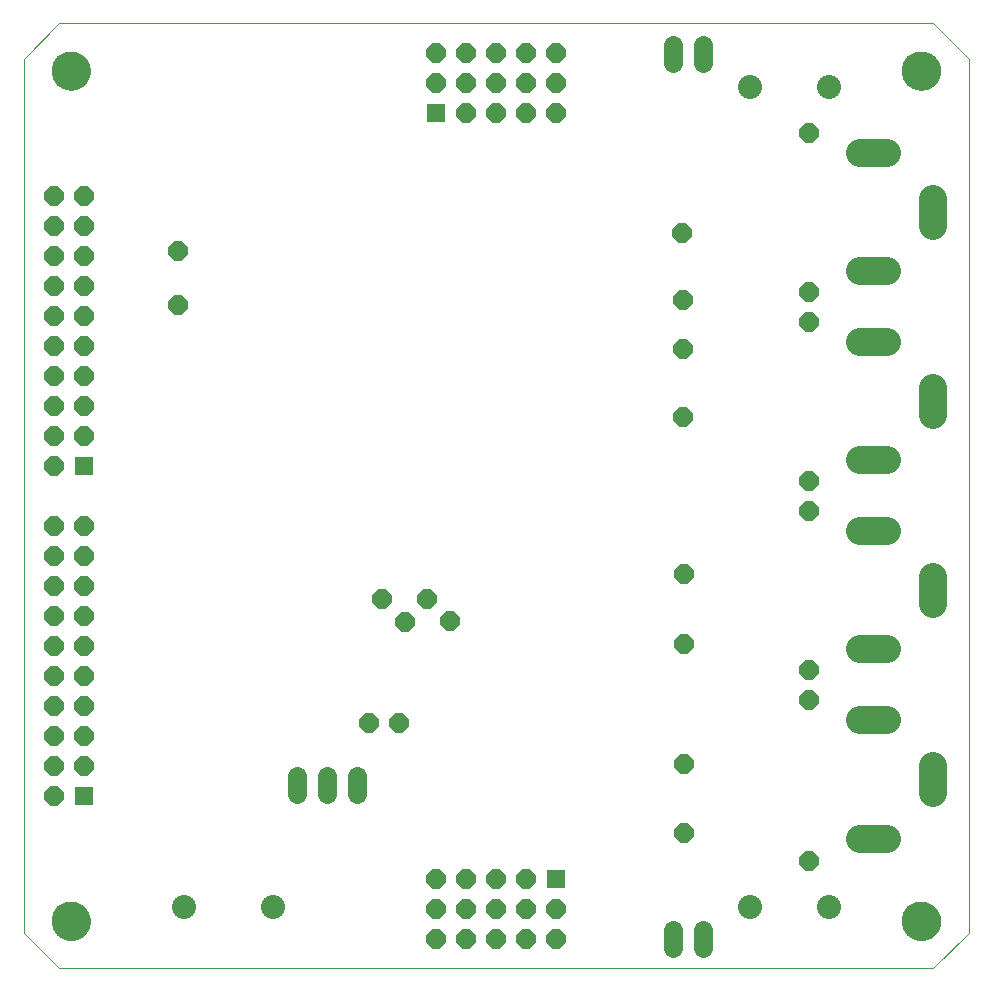
<source format=gbs>
G75*
%MOIN*%
%OFA0B0*%
%FSLAX25Y25*%
%IPPOS*%
%LPD*%
%AMOC8*
5,1,8,0,0,1.08239X$1,22.5*
%
%ADD10C,0.00000*%
%ADD11C,0.12998*%
%ADD12OC8,0.06400*%
%ADD13R,0.06400X0.06400*%
%ADD14C,0.09258*%
%ADD15C,0.06400*%
%ADD16C,0.08000*%
D10*
X0021111Y0035200D02*
X0009300Y0047011D01*
X0009300Y0338350D01*
X0021111Y0350161D01*
X0312450Y0350161D01*
X0324261Y0338350D01*
X0324261Y0047011D01*
X0312450Y0035200D01*
X0021111Y0035200D01*
X0018749Y0050948D02*
X0018751Y0051106D01*
X0018757Y0051264D01*
X0018767Y0051422D01*
X0018781Y0051580D01*
X0018799Y0051737D01*
X0018820Y0051894D01*
X0018846Y0052050D01*
X0018876Y0052206D01*
X0018909Y0052361D01*
X0018947Y0052514D01*
X0018988Y0052667D01*
X0019033Y0052819D01*
X0019082Y0052970D01*
X0019135Y0053119D01*
X0019191Y0053267D01*
X0019251Y0053413D01*
X0019315Y0053558D01*
X0019383Y0053701D01*
X0019454Y0053843D01*
X0019528Y0053983D01*
X0019606Y0054120D01*
X0019688Y0054256D01*
X0019772Y0054390D01*
X0019861Y0054521D01*
X0019952Y0054650D01*
X0020047Y0054777D01*
X0020144Y0054902D01*
X0020245Y0055024D01*
X0020349Y0055143D01*
X0020456Y0055260D01*
X0020566Y0055374D01*
X0020679Y0055485D01*
X0020794Y0055594D01*
X0020912Y0055699D01*
X0021033Y0055801D01*
X0021156Y0055901D01*
X0021282Y0055997D01*
X0021410Y0056090D01*
X0021540Y0056180D01*
X0021673Y0056266D01*
X0021808Y0056350D01*
X0021944Y0056429D01*
X0022083Y0056506D01*
X0022224Y0056578D01*
X0022366Y0056648D01*
X0022510Y0056713D01*
X0022656Y0056775D01*
X0022803Y0056833D01*
X0022952Y0056888D01*
X0023102Y0056939D01*
X0023253Y0056986D01*
X0023405Y0057029D01*
X0023558Y0057068D01*
X0023713Y0057104D01*
X0023868Y0057135D01*
X0024024Y0057163D01*
X0024180Y0057187D01*
X0024337Y0057207D01*
X0024495Y0057223D01*
X0024652Y0057235D01*
X0024811Y0057243D01*
X0024969Y0057247D01*
X0025127Y0057247D01*
X0025285Y0057243D01*
X0025444Y0057235D01*
X0025601Y0057223D01*
X0025759Y0057207D01*
X0025916Y0057187D01*
X0026072Y0057163D01*
X0026228Y0057135D01*
X0026383Y0057104D01*
X0026538Y0057068D01*
X0026691Y0057029D01*
X0026843Y0056986D01*
X0026994Y0056939D01*
X0027144Y0056888D01*
X0027293Y0056833D01*
X0027440Y0056775D01*
X0027586Y0056713D01*
X0027730Y0056648D01*
X0027872Y0056578D01*
X0028013Y0056506D01*
X0028152Y0056429D01*
X0028288Y0056350D01*
X0028423Y0056266D01*
X0028556Y0056180D01*
X0028686Y0056090D01*
X0028814Y0055997D01*
X0028940Y0055901D01*
X0029063Y0055801D01*
X0029184Y0055699D01*
X0029302Y0055594D01*
X0029417Y0055485D01*
X0029530Y0055374D01*
X0029640Y0055260D01*
X0029747Y0055143D01*
X0029851Y0055024D01*
X0029952Y0054902D01*
X0030049Y0054777D01*
X0030144Y0054650D01*
X0030235Y0054521D01*
X0030324Y0054390D01*
X0030408Y0054256D01*
X0030490Y0054120D01*
X0030568Y0053983D01*
X0030642Y0053843D01*
X0030713Y0053701D01*
X0030781Y0053558D01*
X0030845Y0053413D01*
X0030905Y0053267D01*
X0030961Y0053119D01*
X0031014Y0052970D01*
X0031063Y0052819D01*
X0031108Y0052667D01*
X0031149Y0052514D01*
X0031187Y0052361D01*
X0031220Y0052206D01*
X0031250Y0052050D01*
X0031276Y0051894D01*
X0031297Y0051737D01*
X0031315Y0051580D01*
X0031329Y0051422D01*
X0031339Y0051264D01*
X0031345Y0051106D01*
X0031347Y0050948D01*
X0031345Y0050790D01*
X0031339Y0050632D01*
X0031329Y0050474D01*
X0031315Y0050316D01*
X0031297Y0050159D01*
X0031276Y0050002D01*
X0031250Y0049846D01*
X0031220Y0049690D01*
X0031187Y0049535D01*
X0031149Y0049382D01*
X0031108Y0049229D01*
X0031063Y0049077D01*
X0031014Y0048926D01*
X0030961Y0048777D01*
X0030905Y0048629D01*
X0030845Y0048483D01*
X0030781Y0048338D01*
X0030713Y0048195D01*
X0030642Y0048053D01*
X0030568Y0047913D01*
X0030490Y0047776D01*
X0030408Y0047640D01*
X0030324Y0047506D01*
X0030235Y0047375D01*
X0030144Y0047246D01*
X0030049Y0047119D01*
X0029952Y0046994D01*
X0029851Y0046872D01*
X0029747Y0046753D01*
X0029640Y0046636D01*
X0029530Y0046522D01*
X0029417Y0046411D01*
X0029302Y0046302D01*
X0029184Y0046197D01*
X0029063Y0046095D01*
X0028940Y0045995D01*
X0028814Y0045899D01*
X0028686Y0045806D01*
X0028556Y0045716D01*
X0028423Y0045630D01*
X0028288Y0045546D01*
X0028152Y0045467D01*
X0028013Y0045390D01*
X0027872Y0045318D01*
X0027730Y0045248D01*
X0027586Y0045183D01*
X0027440Y0045121D01*
X0027293Y0045063D01*
X0027144Y0045008D01*
X0026994Y0044957D01*
X0026843Y0044910D01*
X0026691Y0044867D01*
X0026538Y0044828D01*
X0026383Y0044792D01*
X0026228Y0044761D01*
X0026072Y0044733D01*
X0025916Y0044709D01*
X0025759Y0044689D01*
X0025601Y0044673D01*
X0025444Y0044661D01*
X0025285Y0044653D01*
X0025127Y0044649D01*
X0024969Y0044649D01*
X0024811Y0044653D01*
X0024652Y0044661D01*
X0024495Y0044673D01*
X0024337Y0044689D01*
X0024180Y0044709D01*
X0024024Y0044733D01*
X0023868Y0044761D01*
X0023713Y0044792D01*
X0023558Y0044828D01*
X0023405Y0044867D01*
X0023253Y0044910D01*
X0023102Y0044957D01*
X0022952Y0045008D01*
X0022803Y0045063D01*
X0022656Y0045121D01*
X0022510Y0045183D01*
X0022366Y0045248D01*
X0022224Y0045318D01*
X0022083Y0045390D01*
X0021944Y0045467D01*
X0021808Y0045546D01*
X0021673Y0045630D01*
X0021540Y0045716D01*
X0021410Y0045806D01*
X0021282Y0045899D01*
X0021156Y0045995D01*
X0021033Y0046095D01*
X0020912Y0046197D01*
X0020794Y0046302D01*
X0020679Y0046411D01*
X0020566Y0046522D01*
X0020456Y0046636D01*
X0020349Y0046753D01*
X0020245Y0046872D01*
X0020144Y0046994D01*
X0020047Y0047119D01*
X0019952Y0047246D01*
X0019861Y0047375D01*
X0019772Y0047506D01*
X0019688Y0047640D01*
X0019606Y0047776D01*
X0019528Y0047913D01*
X0019454Y0048053D01*
X0019383Y0048195D01*
X0019315Y0048338D01*
X0019251Y0048483D01*
X0019191Y0048629D01*
X0019135Y0048777D01*
X0019082Y0048926D01*
X0019033Y0049077D01*
X0018988Y0049229D01*
X0018947Y0049382D01*
X0018909Y0049535D01*
X0018876Y0049690D01*
X0018846Y0049846D01*
X0018820Y0050002D01*
X0018799Y0050159D01*
X0018781Y0050316D01*
X0018767Y0050474D01*
X0018757Y0050632D01*
X0018751Y0050790D01*
X0018749Y0050948D01*
X0018749Y0334413D02*
X0018751Y0334571D01*
X0018757Y0334729D01*
X0018767Y0334887D01*
X0018781Y0335045D01*
X0018799Y0335202D01*
X0018820Y0335359D01*
X0018846Y0335515D01*
X0018876Y0335671D01*
X0018909Y0335826D01*
X0018947Y0335979D01*
X0018988Y0336132D01*
X0019033Y0336284D01*
X0019082Y0336435D01*
X0019135Y0336584D01*
X0019191Y0336732D01*
X0019251Y0336878D01*
X0019315Y0337023D01*
X0019383Y0337166D01*
X0019454Y0337308D01*
X0019528Y0337448D01*
X0019606Y0337585D01*
X0019688Y0337721D01*
X0019772Y0337855D01*
X0019861Y0337986D01*
X0019952Y0338115D01*
X0020047Y0338242D01*
X0020144Y0338367D01*
X0020245Y0338489D01*
X0020349Y0338608D01*
X0020456Y0338725D01*
X0020566Y0338839D01*
X0020679Y0338950D01*
X0020794Y0339059D01*
X0020912Y0339164D01*
X0021033Y0339266D01*
X0021156Y0339366D01*
X0021282Y0339462D01*
X0021410Y0339555D01*
X0021540Y0339645D01*
X0021673Y0339731D01*
X0021808Y0339815D01*
X0021944Y0339894D01*
X0022083Y0339971D01*
X0022224Y0340043D01*
X0022366Y0340113D01*
X0022510Y0340178D01*
X0022656Y0340240D01*
X0022803Y0340298D01*
X0022952Y0340353D01*
X0023102Y0340404D01*
X0023253Y0340451D01*
X0023405Y0340494D01*
X0023558Y0340533D01*
X0023713Y0340569D01*
X0023868Y0340600D01*
X0024024Y0340628D01*
X0024180Y0340652D01*
X0024337Y0340672D01*
X0024495Y0340688D01*
X0024652Y0340700D01*
X0024811Y0340708D01*
X0024969Y0340712D01*
X0025127Y0340712D01*
X0025285Y0340708D01*
X0025444Y0340700D01*
X0025601Y0340688D01*
X0025759Y0340672D01*
X0025916Y0340652D01*
X0026072Y0340628D01*
X0026228Y0340600D01*
X0026383Y0340569D01*
X0026538Y0340533D01*
X0026691Y0340494D01*
X0026843Y0340451D01*
X0026994Y0340404D01*
X0027144Y0340353D01*
X0027293Y0340298D01*
X0027440Y0340240D01*
X0027586Y0340178D01*
X0027730Y0340113D01*
X0027872Y0340043D01*
X0028013Y0339971D01*
X0028152Y0339894D01*
X0028288Y0339815D01*
X0028423Y0339731D01*
X0028556Y0339645D01*
X0028686Y0339555D01*
X0028814Y0339462D01*
X0028940Y0339366D01*
X0029063Y0339266D01*
X0029184Y0339164D01*
X0029302Y0339059D01*
X0029417Y0338950D01*
X0029530Y0338839D01*
X0029640Y0338725D01*
X0029747Y0338608D01*
X0029851Y0338489D01*
X0029952Y0338367D01*
X0030049Y0338242D01*
X0030144Y0338115D01*
X0030235Y0337986D01*
X0030324Y0337855D01*
X0030408Y0337721D01*
X0030490Y0337585D01*
X0030568Y0337448D01*
X0030642Y0337308D01*
X0030713Y0337166D01*
X0030781Y0337023D01*
X0030845Y0336878D01*
X0030905Y0336732D01*
X0030961Y0336584D01*
X0031014Y0336435D01*
X0031063Y0336284D01*
X0031108Y0336132D01*
X0031149Y0335979D01*
X0031187Y0335826D01*
X0031220Y0335671D01*
X0031250Y0335515D01*
X0031276Y0335359D01*
X0031297Y0335202D01*
X0031315Y0335045D01*
X0031329Y0334887D01*
X0031339Y0334729D01*
X0031345Y0334571D01*
X0031347Y0334413D01*
X0031345Y0334255D01*
X0031339Y0334097D01*
X0031329Y0333939D01*
X0031315Y0333781D01*
X0031297Y0333624D01*
X0031276Y0333467D01*
X0031250Y0333311D01*
X0031220Y0333155D01*
X0031187Y0333000D01*
X0031149Y0332847D01*
X0031108Y0332694D01*
X0031063Y0332542D01*
X0031014Y0332391D01*
X0030961Y0332242D01*
X0030905Y0332094D01*
X0030845Y0331948D01*
X0030781Y0331803D01*
X0030713Y0331660D01*
X0030642Y0331518D01*
X0030568Y0331378D01*
X0030490Y0331241D01*
X0030408Y0331105D01*
X0030324Y0330971D01*
X0030235Y0330840D01*
X0030144Y0330711D01*
X0030049Y0330584D01*
X0029952Y0330459D01*
X0029851Y0330337D01*
X0029747Y0330218D01*
X0029640Y0330101D01*
X0029530Y0329987D01*
X0029417Y0329876D01*
X0029302Y0329767D01*
X0029184Y0329662D01*
X0029063Y0329560D01*
X0028940Y0329460D01*
X0028814Y0329364D01*
X0028686Y0329271D01*
X0028556Y0329181D01*
X0028423Y0329095D01*
X0028288Y0329011D01*
X0028152Y0328932D01*
X0028013Y0328855D01*
X0027872Y0328783D01*
X0027730Y0328713D01*
X0027586Y0328648D01*
X0027440Y0328586D01*
X0027293Y0328528D01*
X0027144Y0328473D01*
X0026994Y0328422D01*
X0026843Y0328375D01*
X0026691Y0328332D01*
X0026538Y0328293D01*
X0026383Y0328257D01*
X0026228Y0328226D01*
X0026072Y0328198D01*
X0025916Y0328174D01*
X0025759Y0328154D01*
X0025601Y0328138D01*
X0025444Y0328126D01*
X0025285Y0328118D01*
X0025127Y0328114D01*
X0024969Y0328114D01*
X0024811Y0328118D01*
X0024652Y0328126D01*
X0024495Y0328138D01*
X0024337Y0328154D01*
X0024180Y0328174D01*
X0024024Y0328198D01*
X0023868Y0328226D01*
X0023713Y0328257D01*
X0023558Y0328293D01*
X0023405Y0328332D01*
X0023253Y0328375D01*
X0023102Y0328422D01*
X0022952Y0328473D01*
X0022803Y0328528D01*
X0022656Y0328586D01*
X0022510Y0328648D01*
X0022366Y0328713D01*
X0022224Y0328783D01*
X0022083Y0328855D01*
X0021944Y0328932D01*
X0021808Y0329011D01*
X0021673Y0329095D01*
X0021540Y0329181D01*
X0021410Y0329271D01*
X0021282Y0329364D01*
X0021156Y0329460D01*
X0021033Y0329560D01*
X0020912Y0329662D01*
X0020794Y0329767D01*
X0020679Y0329876D01*
X0020566Y0329987D01*
X0020456Y0330101D01*
X0020349Y0330218D01*
X0020245Y0330337D01*
X0020144Y0330459D01*
X0020047Y0330584D01*
X0019952Y0330711D01*
X0019861Y0330840D01*
X0019772Y0330971D01*
X0019688Y0331105D01*
X0019606Y0331241D01*
X0019528Y0331378D01*
X0019454Y0331518D01*
X0019383Y0331660D01*
X0019315Y0331803D01*
X0019251Y0331948D01*
X0019191Y0332094D01*
X0019135Y0332242D01*
X0019082Y0332391D01*
X0019033Y0332542D01*
X0018988Y0332694D01*
X0018947Y0332847D01*
X0018909Y0333000D01*
X0018876Y0333155D01*
X0018846Y0333311D01*
X0018820Y0333467D01*
X0018799Y0333624D01*
X0018781Y0333781D01*
X0018767Y0333939D01*
X0018757Y0334097D01*
X0018751Y0334255D01*
X0018749Y0334413D01*
X0302214Y0334413D02*
X0302216Y0334571D01*
X0302222Y0334729D01*
X0302232Y0334887D01*
X0302246Y0335045D01*
X0302264Y0335202D01*
X0302285Y0335359D01*
X0302311Y0335515D01*
X0302341Y0335671D01*
X0302374Y0335826D01*
X0302412Y0335979D01*
X0302453Y0336132D01*
X0302498Y0336284D01*
X0302547Y0336435D01*
X0302600Y0336584D01*
X0302656Y0336732D01*
X0302716Y0336878D01*
X0302780Y0337023D01*
X0302848Y0337166D01*
X0302919Y0337308D01*
X0302993Y0337448D01*
X0303071Y0337585D01*
X0303153Y0337721D01*
X0303237Y0337855D01*
X0303326Y0337986D01*
X0303417Y0338115D01*
X0303512Y0338242D01*
X0303609Y0338367D01*
X0303710Y0338489D01*
X0303814Y0338608D01*
X0303921Y0338725D01*
X0304031Y0338839D01*
X0304144Y0338950D01*
X0304259Y0339059D01*
X0304377Y0339164D01*
X0304498Y0339266D01*
X0304621Y0339366D01*
X0304747Y0339462D01*
X0304875Y0339555D01*
X0305005Y0339645D01*
X0305138Y0339731D01*
X0305273Y0339815D01*
X0305409Y0339894D01*
X0305548Y0339971D01*
X0305689Y0340043D01*
X0305831Y0340113D01*
X0305975Y0340178D01*
X0306121Y0340240D01*
X0306268Y0340298D01*
X0306417Y0340353D01*
X0306567Y0340404D01*
X0306718Y0340451D01*
X0306870Y0340494D01*
X0307023Y0340533D01*
X0307178Y0340569D01*
X0307333Y0340600D01*
X0307489Y0340628D01*
X0307645Y0340652D01*
X0307802Y0340672D01*
X0307960Y0340688D01*
X0308117Y0340700D01*
X0308276Y0340708D01*
X0308434Y0340712D01*
X0308592Y0340712D01*
X0308750Y0340708D01*
X0308909Y0340700D01*
X0309066Y0340688D01*
X0309224Y0340672D01*
X0309381Y0340652D01*
X0309537Y0340628D01*
X0309693Y0340600D01*
X0309848Y0340569D01*
X0310003Y0340533D01*
X0310156Y0340494D01*
X0310308Y0340451D01*
X0310459Y0340404D01*
X0310609Y0340353D01*
X0310758Y0340298D01*
X0310905Y0340240D01*
X0311051Y0340178D01*
X0311195Y0340113D01*
X0311337Y0340043D01*
X0311478Y0339971D01*
X0311617Y0339894D01*
X0311753Y0339815D01*
X0311888Y0339731D01*
X0312021Y0339645D01*
X0312151Y0339555D01*
X0312279Y0339462D01*
X0312405Y0339366D01*
X0312528Y0339266D01*
X0312649Y0339164D01*
X0312767Y0339059D01*
X0312882Y0338950D01*
X0312995Y0338839D01*
X0313105Y0338725D01*
X0313212Y0338608D01*
X0313316Y0338489D01*
X0313417Y0338367D01*
X0313514Y0338242D01*
X0313609Y0338115D01*
X0313700Y0337986D01*
X0313789Y0337855D01*
X0313873Y0337721D01*
X0313955Y0337585D01*
X0314033Y0337448D01*
X0314107Y0337308D01*
X0314178Y0337166D01*
X0314246Y0337023D01*
X0314310Y0336878D01*
X0314370Y0336732D01*
X0314426Y0336584D01*
X0314479Y0336435D01*
X0314528Y0336284D01*
X0314573Y0336132D01*
X0314614Y0335979D01*
X0314652Y0335826D01*
X0314685Y0335671D01*
X0314715Y0335515D01*
X0314741Y0335359D01*
X0314762Y0335202D01*
X0314780Y0335045D01*
X0314794Y0334887D01*
X0314804Y0334729D01*
X0314810Y0334571D01*
X0314812Y0334413D01*
X0314810Y0334255D01*
X0314804Y0334097D01*
X0314794Y0333939D01*
X0314780Y0333781D01*
X0314762Y0333624D01*
X0314741Y0333467D01*
X0314715Y0333311D01*
X0314685Y0333155D01*
X0314652Y0333000D01*
X0314614Y0332847D01*
X0314573Y0332694D01*
X0314528Y0332542D01*
X0314479Y0332391D01*
X0314426Y0332242D01*
X0314370Y0332094D01*
X0314310Y0331948D01*
X0314246Y0331803D01*
X0314178Y0331660D01*
X0314107Y0331518D01*
X0314033Y0331378D01*
X0313955Y0331241D01*
X0313873Y0331105D01*
X0313789Y0330971D01*
X0313700Y0330840D01*
X0313609Y0330711D01*
X0313514Y0330584D01*
X0313417Y0330459D01*
X0313316Y0330337D01*
X0313212Y0330218D01*
X0313105Y0330101D01*
X0312995Y0329987D01*
X0312882Y0329876D01*
X0312767Y0329767D01*
X0312649Y0329662D01*
X0312528Y0329560D01*
X0312405Y0329460D01*
X0312279Y0329364D01*
X0312151Y0329271D01*
X0312021Y0329181D01*
X0311888Y0329095D01*
X0311753Y0329011D01*
X0311617Y0328932D01*
X0311478Y0328855D01*
X0311337Y0328783D01*
X0311195Y0328713D01*
X0311051Y0328648D01*
X0310905Y0328586D01*
X0310758Y0328528D01*
X0310609Y0328473D01*
X0310459Y0328422D01*
X0310308Y0328375D01*
X0310156Y0328332D01*
X0310003Y0328293D01*
X0309848Y0328257D01*
X0309693Y0328226D01*
X0309537Y0328198D01*
X0309381Y0328174D01*
X0309224Y0328154D01*
X0309066Y0328138D01*
X0308909Y0328126D01*
X0308750Y0328118D01*
X0308592Y0328114D01*
X0308434Y0328114D01*
X0308276Y0328118D01*
X0308117Y0328126D01*
X0307960Y0328138D01*
X0307802Y0328154D01*
X0307645Y0328174D01*
X0307489Y0328198D01*
X0307333Y0328226D01*
X0307178Y0328257D01*
X0307023Y0328293D01*
X0306870Y0328332D01*
X0306718Y0328375D01*
X0306567Y0328422D01*
X0306417Y0328473D01*
X0306268Y0328528D01*
X0306121Y0328586D01*
X0305975Y0328648D01*
X0305831Y0328713D01*
X0305689Y0328783D01*
X0305548Y0328855D01*
X0305409Y0328932D01*
X0305273Y0329011D01*
X0305138Y0329095D01*
X0305005Y0329181D01*
X0304875Y0329271D01*
X0304747Y0329364D01*
X0304621Y0329460D01*
X0304498Y0329560D01*
X0304377Y0329662D01*
X0304259Y0329767D01*
X0304144Y0329876D01*
X0304031Y0329987D01*
X0303921Y0330101D01*
X0303814Y0330218D01*
X0303710Y0330337D01*
X0303609Y0330459D01*
X0303512Y0330584D01*
X0303417Y0330711D01*
X0303326Y0330840D01*
X0303237Y0330971D01*
X0303153Y0331105D01*
X0303071Y0331241D01*
X0302993Y0331378D01*
X0302919Y0331518D01*
X0302848Y0331660D01*
X0302780Y0331803D01*
X0302716Y0331948D01*
X0302656Y0332094D01*
X0302600Y0332242D01*
X0302547Y0332391D01*
X0302498Y0332542D01*
X0302453Y0332694D01*
X0302412Y0332847D01*
X0302374Y0333000D01*
X0302341Y0333155D01*
X0302311Y0333311D01*
X0302285Y0333467D01*
X0302264Y0333624D01*
X0302246Y0333781D01*
X0302232Y0333939D01*
X0302222Y0334097D01*
X0302216Y0334255D01*
X0302214Y0334413D01*
X0302214Y0050948D02*
X0302216Y0051106D01*
X0302222Y0051264D01*
X0302232Y0051422D01*
X0302246Y0051580D01*
X0302264Y0051737D01*
X0302285Y0051894D01*
X0302311Y0052050D01*
X0302341Y0052206D01*
X0302374Y0052361D01*
X0302412Y0052514D01*
X0302453Y0052667D01*
X0302498Y0052819D01*
X0302547Y0052970D01*
X0302600Y0053119D01*
X0302656Y0053267D01*
X0302716Y0053413D01*
X0302780Y0053558D01*
X0302848Y0053701D01*
X0302919Y0053843D01*
X0302993Y0053983D01*
X0303071Y0054120D01*
X0303153Y0054256D01*
X0303237Y0054390D01*
X0303326Y0054521D01*
X0303417Y0054650D01*
X0303512Y0054777D01*
X0303609Y0054902D01*
X0303710Y0055024D01*
X0303814Y0055143D01*
X0303921Y0055260D01*
X0304031Y0055374D01*
X0304144Y0055485D01*
X0304259Y0055594D01*
X0304377Y0055699D01*
X0304498Y0055801D01*
X0304621Y0055901D01*
X0304747Y0055997D01*
X0304875Y0056090D01*
X0305005Y0056180D01*
X0305138Y0056266D01*
X0305273Y0056350D01*
X0305409Y0056429D01*
X0305548Y0056506D01*
X0305689Y0056578D01*
X0305831Y0056648D01*
X0305975Y0056713D01*
X0306121Y0056775D01*
X0306268Y0056833D01*
X0306417Y0056888D01*
X0306567Y0056939D01*
X0306718Y0056986D01*
X0306870Y0057029D01*
X0307023Y0057068D01*
X0307178Y0057104D01*
X0307333Y0057135D01*
X0307489Y0057163D01*
X0307645Y0057187D01*
X0307802Y0057207D01*
X0307960Y0057223D01*
X0308117Y0057235D01*
X0308276Y0057243D01*
X0308434Y0057247D01*
X0308592Y0057247D01*
X0308750Y0057243D01*
X0308909Y0057235D01*
X0309066Y0057223D01*
X0309224Y0057207D01*
X0309381Y0057187D01*
X0309537Y0057163D01*
X0309693Y0057135D01*
X0309848Y0057104D01*
X0310003Y0057068D01*
X0310156Y0057029D01*
X0310308Y0056986D01*
X0310459Y0056939D01*
X0310609Y0056888D01*
X0310758Y0056833D01*
X0310905Y0056775D01*
X0311051Y0056713D01*
X0311195Y0056648D01*
X0311337Y0056578D01*
X0311478Y0056506D01*
X0311617Y0056429D01*
X0311753Y0056350D01*
X0311888Y0056266D01*
X0312021Y0056180D01*
X0312151Y0056090D01*
X0312279Y0055997D01*
X0312405Y0055901D01*
X0312528Y0055801D01*
X0312649Y0055699D01*
X0312767Y0055594D01*
X0312882Y0055485D01*
X0312995Y0055374D01*
X0313105Y0055260D01*
X0313212Y0055143D01*
X0313316Y0055024D01*
X0313417Y0054902D01*
X0313514Y0054777D01*
X0313609Y0054650D01*
X0313700Y0054521D01*
X0313789Y0054390D01*
X0313873Y0054256D01*
X0313955Y0054120D01*
X0314033Y0053983D01*
X0314107Y0053843D01*
X0314178Y0053701D01*
X0314246Y0053558D01*
X0314310Y0053413D01*
X0314370Y0053267D01*
X0314426Y0053119D01*
X0314479Y0052970D01*
X0314528Y0052819D01*
X0314573Y0052667D01*
X0314614Y0052514D01*
X0314652Y0052361D01*
X0314685Y0052206D01*
X0314715Y0052050D01*
X0314741Y0051894D01*
X0314762Y0051737D01*
X0314780Y0051580D01*
X0314794Y0051422D01*
X0314804Y0051264D01*
X0314810Y0051106D01*
X0314812Y0050948D01*
X0314810Y0050790D01*
X0314804Y0050632D01*
X0314794Y0050474D01*
X0314780Y0050316D01*
X0314762Y0050159D01*
X0314741Y0050002D01*
X0314715Y0049846D01*
X0314685Y0049690D01*
X0314652Y0049535D01*
X0314614Y0049382D01*
X0314573Y0049229D01*
X0314528Y0049077D01*
X0314479Y0048926D01*
X0314426Y0048777D01*
X0314370Y0048629D01*
X0314310Y0048483D01*
X0314246Y0048338D01*
X0314178Y0048195D01*
X0314107Y0048053D01*
X0314033Y0047913D01*
X0313955Y0047776D01*
X0313873Y0047640D01*
X0313789Y0047506D01*
X0313700Y0047375D01*
X0313609Y0047246D01*
X0313514Y0047119D01*
X0313417Y0046994D01*
X0313316Y0046872D01*
X0313212Y0046753D01*
X0313105Y0046636D01*
X0312995Y0046522D01*
X0312882Y0046411D01*
X0312767Y0046302D01*
X0312649Y0046197D01*
X0312528Y0046095D01*
X0312405Y0045995D01*
X0312279Y0045899D01*
X0312151Y0045806D01*
X0312021Y0045716D01*
X0311888Y0045630D01*
X0311753Y0045546D01*
X0311617Y0045467D01*
X0311478Y0045390D01*
X0311337Y0045318D01*
X0311195Y0045248D01*
X0311051Y0045183D01*
X0310905Y0045121D01*
X0310758Y0045063D01*
X0310609Y0045008D01*
X0310459Y0044957D01*
X0310308Y0044910D01*
X0310156Y0044867D01*
X0310003Y0044828D01*
X0309848Y0044792D01*
X0309693Y0044761D01*
X0309537Y0044733D01*
X0309381Y0044709D01*
X0309224Y0044689D01*
X0309066Y0044673D01*
X0308909Y0044661D01*
X0308750Y0044653D01*
X0308592Y0044649D01*
X0308434Y0044649D01*
X0308276Y0044653D01*
X0308117Y0044661D01*
X0307960Y0044673D01*
X0307802Y0044689D01*
X0307645Y0044709D01*
X0307489Y0044733D01*
X0307333Y0044761D01*
X0307178Y0044792D01*
X0307023Y0044828D01*
X0306870Y0044867D01*
X0306718Y0044910D01*
X0306567Y0044957D01*
X0306417Y0045008D01*
X0306268Y0045063D01*
X0306121Y0045121D01*
X0305975Y0045183D01*
X0305831Y0045248D01*
X0305689Y0045318D01*
X0305548Y0045390D01*
X0305409Y0045467D01*
X0305273Y0045546D01*
X0305138Y0045630D01*
X0305005Y0045716D01*
X0304875Y0045806D01*
X0304747Y0045899D01*
X0304621Y0045995D01*
X0304498Y0046095D01*
X0304377Y0046197D01*
X0304259Y0046302D01*
X0304144Y0046411D01*
X0304031Y0046522D01*
X0303921Y0046636D01*
X0303814Y0046753D01*
X0303710Y0046872D01*
X0303609Y0046994D01*
X0303512Y0047119D01*
X0303417Y0047246D01*
X0303326Y0047375D01*
X0303237Y0047506D01*
X0303153Y0047640D01*
X0303071Y0047776D01*
X0302993Y0047913D01*
X0302919Y0048053D01*
X0302848Y0048195D01*
X0302780Y0048338D01*
X0302716Y0048483D01*
X0302656Y0048629D01*
X0302600Y0048777D01*
X0302547Y0048926D01*
X0302498Y0049077D01*
X0302453Y0049229D01*
X0302412Y0049382D01*
X0302374Y0049535D01*
X0302341Y0049690D01*
X0302311Y0049846D01*
X0302285Y0050002D01*
X0302264Y0050159D01*
X0302246Y0050316D01*
X0302232Y0050474D01*
X0302222Y0050632D01*
X0302216Y0050790D01*
X0302214Y0050948D01*
D11*
X0308513Y0050948D03*
X0308513Y0334413D03*
X0025048Y0334413D03*
X0025048Y0050948D03*
D12*
X0019261Y0092661D03*
X0019261Y0102661D03*
X0019261Y0112661D03*
X0019261Y0122661D03*
X0019261Y0132661D03*
X0019261Y0142661D03*
X0019261Y0152661D03*
X0019261Y0162661D03*
X0019261Y0172661D03*
X0019261Y0182661D03*
X0029261Y0182661D03*
X0029261Y0172661D03*
X0029261Y0162661D03*
X0029261Y0152661D03*
X0029261Y0142661D03*
X0029261Y0132661D03*
X0029261Y0122661D03*
X0029261Y0112661D03*
X0029261Y0102661D03*
X0019261Y0202661D03*
X0019261Y0212661D03*
X0019261Y0222661D03*
X0019261Y0232661D03*
X0019261Y0242661D03*
X0019261Y0252661D03*
X0019261Y0262661D03*
X0019261Y0272661D03*
X0019261Y0282661D03*
X0019261Y0292661D03*
X0029261Y0292661D03*
X0029261Y0282661D03*
X0029261Y0272661D03*
X0029261Y0262661D03*
X0029261Y0252661D03*
X0029261Y0242661D03*
X0029261Y0232661D03*
X0029261Y0222661D03*
X0029261Y0212661D03*
X0060800Y0256400D03*
X0060800Y0274200D03*
X0146600Y0330200D03*
X0146600Y0340200D03*
X0156600Y0340200D03*
X0156600Y0330200D03*
X0156600Y0320200D03*
X0166600Y0320200D03*
X0166600Y0330200D03*
X0166600Y0340200D03*
X0176600Y0340200D03*
X0176600Y0330200D03*
X0176600Y0320200D03*
X0186600Y0320200D03*
X0186600Y0330200D03*
X0186600Y0340200D03*
X0228900Y0280400D03*
X0229000Y0257900D03*
X0229200Y0241800D03*
X0229000Y0219000D03*
X0271200Y0197700D03*
X0271200Y0187700D03*
X0229300Y0166500D03*
X0229300Y0143400D03*
X0229300Y0103300D03*
X0229400Y0080400D03*
X0271200Y0071100D03*
X0271200Y0124800D03*
X0271200Y0134800D03*
X0186700Y0055100D03*
X0186700Y0045100D03*
X0176700Y0045100D03*
X0176700Y0055100D03*
X0176700Y0065100D03*
X0166700Y0065100D03*
X0166700Y0055100D03*
X0166700Y0045100D03*
X0156700Y0045100D03*
X0156700Y0055100D03*
X0156700Y0065100D03*
X0146700Y0065100D03*
X0146700Y0055100D03*
X0146700Y0045100D03*
X0134400Y0117100D03*
X0124400Y0117100D03*
X0136400Y0150800D03*
X0128900Y0158300D03*
X0143800Y0158400D03*
X0151300Y0150900D03*
X0271200Y0250800D03*
X0271200Y0260800D03*
X0271200Y0313700D03*
D13*
X0146600Y0320200D03*
X0029261Y0202661D03*
X0029261Y0092661D03*
X0186700Y0065100D03*
D14*
X0288186Y0078483D02*
X0297044Y0078483D01*
X0312300Y0093739D02*
X0312300Y0102598D01*
X0297044Y0117854D02*
X0288186Y0117854D01*
X0288186Y0141491D02*
X0297044Y0141491D01*
X0312300Y0156747D02*
X0312300Y0165606D01*
X0297044Y0180861D02*
X0288186Y0180861D01*
X0288186Y0204499D02*
X0297044Y0204499D01*
X0312300Y0219755D02*
X0312300Y0228613D01*
X0297044Y0243869D02*
X0288186Y0243869D01*
X0288186Y0267507D02*
X0297044Y0267507D01*
X0312300Y0282763D02*
X0312300Y0291621D01*
X0297044Y0306877D02*
X0288186Y0306877D01*
D15*
X0235800Y0337100D02*
X0235800Y0343100D01*
X0225800Y0343100D02*
X0225800Y0337100D01*
X0120400Y0099200D02*
X0120400Y0093200D01*
X0110400Y0093200D02*
X0110400Y0099200D01*
X0100400Y0099200D02*
X0100400Y0093200D01*
X0225800Y0048000D02*
X0225800Y0042000D01*
X0235800Y0042000D02*
X0235800Y0048000D01*
D16*
X0251400Y0055500D03*
X0277700Y0055500D03*
X0092300Y0055500D03*
X0062800Y0055500D03*
X0251400Y0328900D03*
X0277700Y0328900D03*
M02*

</source>
